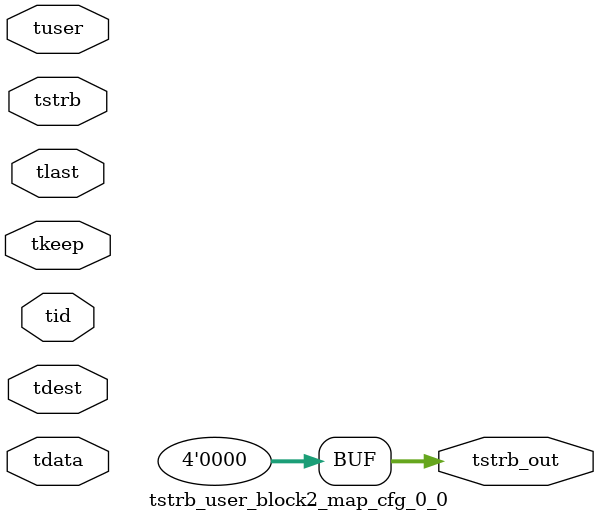
<source format=v>


`timescale 1ps/1ps

module tstrb_user_block2_map_cfg_0_0 #
(
parameter C_S_AXIS_TDATA_WIDTH = 32,
parameter C_S_AXIS_TUSER_WIDTH = 0,
parameter C_S_AXIS_TID_WIDTH   = 0,
parameter C_S_AXIS_TDEST_WIDTH = 0,
parameter C_M_AXIS_TDATA_WIDTH = 32
)
(
input  [(C_S_AXIS_TDATA_WIDTH == 0 ? 1 : C_S_AXIS_TDATA_WIDTH)-1:0     ] tdata,
input  [(C_S_AXIS_TUSER_WIDTH == 0 ? 1 : C_S_AXIS_TUSER_WIDTH)-1:0     ] tuser,
input  [(C_S_AXIS_TID_WIDTH   == 0 ? 1 : C_S_AXIS_TID_WIDTH)-1:0       ] tid,
input  [(C_S_AXIS_TDEST_WIDTH == 0 ? 1 : C_S_AXIS_TDEST_WIDTH)-1:0     ] tdest,
input  [(C_S_AXIS_TDATA_WIDTH/8)-1:0 ] tkeep,
input  [(C_S_AXIS_TDATA_WIDTH/8)-1:0 ] tstrb,
input                                                                    tlast,
output [(C_M_AXIS_TDATA_WIDTH/8)-1:0 ] tstrb_out
);

assign tstrb_out = {1'b0};

endmodule


</source>
